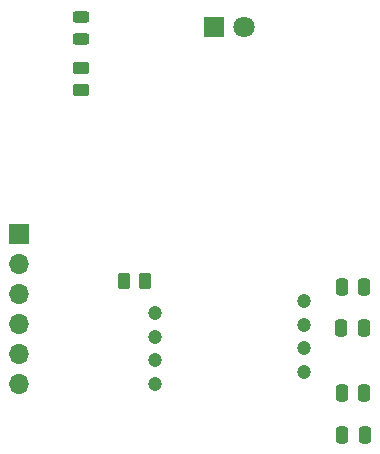
<source format=gbr>
%TF.GenerationSoftware,KiCad,Pcbnew,7.0.8*%
%TF.CreationDate,2023-12-07T15:10:26-06:00*%
%TF.ProjectId,MouseSensors,4d6f7573-6553-4656-9e73-6f72732e6b69,rev?*%
%TF.SameCoordinates,Original*%
%TF.FileFunction,Soldermask,Top*%
%TF.FilePolarity,Negative*%
%FSLAX46Y46*%
G04 Gerber Fmt 4.6, Leading zero omitted, Abs format (unit mm)*
G04 Created by KiCad (PCBNEW 7.0.8) date 2023-12-07 15:10:26*
%MOMM*%
%LPD*%
G01*
G04 APERTURE LIST*
G04 Aperture macros list*
%AMRoundRect*
0 Rectangle with rounded corners*
0 $1 Rounding radius*
0 $2 $3 $4 $5 $6 $7 $8 $9 X,Y pos of 4 corners*
0 Add a 4 corners polygon primitive as box body*
4,1,4,$2,$3,$4,$5,$6,$7,$8,$9,$2,$3,0*
0 Add four circle primitives for the rounded corners*
1,1,$1+$1,$2,$3*
1,1,$1+$1,$4,$5*
1,1,$1+$1,$6,$7*
1,1,$1+$1,$8,$9*
0 Add four rect primitives between the rounded corners*
20,1,$1+$1,$2,$3,$4,$5,0*
20,1,$1+$1,$4,$5,$6,$7,0*
20,1,$1+$1,$6,$7,$8,$9,0*
20,1,$1+$1,$8,$9,$2,$3,0*%
G04 Aperture macros list end*
%ADD10C,1.200000*%
%ADD11RoundRect,0.250000X0.450000X-0.262500X0.450000X0.262500X-0.450000X0.262500X-0.450000X-0.262500X0*%
%ADD12RoundRect,0.250000X-0.262500X-0.450000X0.262500X-0.450000X0.262500X0.450000X-0.262500X0.450000X0*%
%ADD13R,1.700000X1.700000*%
%ADD14O,1.700000X1.700000*%
%ADD15RoundRect,0.243750X-0.456250X0.243750X-0.456250X-0.243750X0.456250X-0.243750X0.456250X0.243750X0*%
%ADD16R,1.800000X1.800000*%
%ADD17C,1.800000*%
%ADD18RoundRect,0.250000X-0.250000X-0.475000X0.250000X-0.475000X0.250000X0.475000X-0.250000X0.475000X0*%
G04 APERTURE END LIST*
D10*
%TO.C,U1*%
X147717500Y-97200000D03*
X147717500Y-99200000D03*
X147717500Y-101200000D03*
X147717500Y-103200000D03*
X160317500Y-102200000D03*
X160317500Y-100200000D03*
X160317500Y-98200000D03*
X160317500Y-96200000D03*
%TD*%
D11*
%TO.C,R2*%
X141500000Y-78325000D03*
X141500000Y-76500000D03*
%TD*%
D12*
%TO.C,R1*%
X145087500Y-94500000D03*
X146912500Y-94500000D03*
%TD*%
D13*
%TO.C,J1*%
X136225000Y-90500000D03*
D14*
X136225000Y-93040000D03*
X136225000Y-95580000D03*
X136225000Y-98120000D03*
X136225000Y-100660000D03*
X136225000Y-103200000D03*
%TD*%
D15*
%TO.C,D2*%
X141500000Y-72125000D03*
X141500000Y-74000000D03*
%TD*%
D16*
%TO.C,D1*%
X152725000Y-73000000D03*
D17*
X155265000Y-73000000D03*
%TD*%
D18*
%TO.C,C4*%
X163550000Y-95000000D03*
X165450000Y-95000000D03*
%TD*%
%TO.C,C3*%
X163500000Y-98500000D03*
X165400000Y-98500000D03*
%TD*%
%TO.C,C2*%
X163600000Y-107500000D03*
X165500000Y-107500000D03*
%TD*%
%TO.C,C1*%
X163550000Y-104000000D03*
X165450000Y-104000000D03*
%TD*%
M02*

</source>
